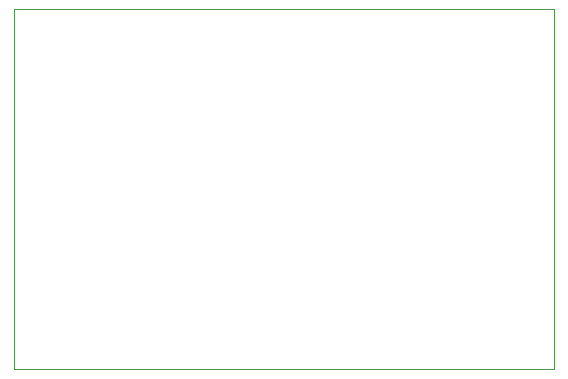
<source format=gbr>
%TF.GenerationSoftware,KiCad,Pcbnew,8.0.0*%
%TF.CreationDate,2024-03-29T21:08:27+01:00*%
%TF.ProjectId,Carte,43617274-652e-46b6-9963-61645f706362,rev?*%
%TF.SameCoordinates,Original*%
%TF.FileFunction,Profile,NP*%
%FSLAX46Y46*%
G04 Gerber Fmt 4.6, Leading zero omitted, Abs format (unit mm)*
G04 Created by KiCad (PCBNEW 8.0.0) date 2024-03-29 21:08:27*
%MOMM*%
%LPD*%
G01*
G04 APERTURE LIST*
%TA.AperFunction,Profile*%
%ADD10C,0.100000*%
%TD*%
G04 APERTURE END LIST*
D10*
X78740000Y-50800000D02*
X124460000Y-50800000D01*
X124460000Y-81280000D01*
X78740000Y-81280000D01*
X78740000Y-50800000D01*
M02*

</source>
